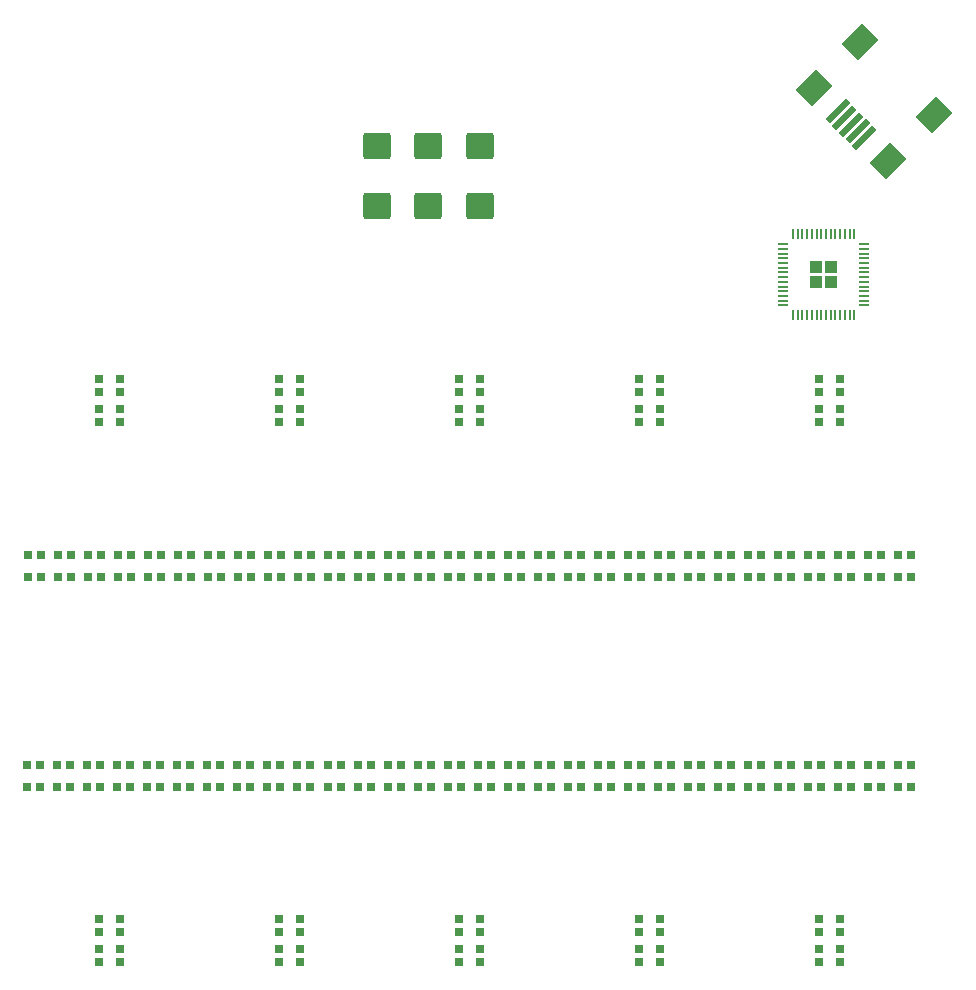
<source format=gtp>
G04 #@! TF.GenerationSoftware,KiCad,Pcbnew,(7.0.0-rc1-358-g86c12d35b4)*
G04 #@! TF.CreationDate,2023-05-18T21:24:16-07:00*
G04 #@! TF.ProjectId,Jumperless2,4a756d70-6572-46c6-9573-73322e6b6963,rev?*
G04 #@! TF.SameCoordinates,Original*
G04 #@! TF.FileFunction,Paste,Top*
G04 #@! TF.FilePolarity,Positive*
%FSLAX46Y46*%
G04 Gerber Fmt 4.6, Leading zero omitted, Abs format (unit mm)*
G04 Created by KiCad (PCBNEW (7.0.0-rc1-358-g86c12d35b4)) date 2023-05-18 21:24:16*
%MOMM*%
%LPD*%
G01*
G04 APERTURE LIST*
G04 Aperture macros list*
%AMRoundRect*
0 Rectangle with rounded corners*
0 $1 Rounding radius*
0 $2 $3 $4 $5 $6 $7 $8 $9 X,Y pos of 4 corners*
0 Add a 4 corners polygon primitive as box body*
4,1,4,$2,$3,$4,$5,$6,$7,$8,$9,$2,$3,0*
0 Add four circle primitives for the rounded corners*
1,1,$1+$1,$2,$3*
1,1,$1+$1,$4,$5*
1,1,$1+$1,$6,$7*
1,1,$1+$1,$8,$9*
0 Add four rect primitives between the rounded corners*
20,1,$1+$1,$2,$3,$4,$5,0*
20,1,$1+$1,$4,$5,$6,$7,0*
20,1,$1+$1,$6,$7,$8,$9,0*
20,1,$1+$1,$8,$9,$2,$3,0*%
%AMRotRect*
0 Rectangle, with rotation*
0 The origin of the aperture is its center*
0 $1 length*
0 $2 width*
0 $3 Rotation angle, in degrees counterclockwise*
0 Add horizontal line*
21,1,$1,$2,0,0,$3*%
G04 Aperture macros list end*
%ADD10R,0.700000X0.700000*%
%ADD11RotRect,0.500000X2.500000X135.000000*%
%ADD12RotRect,2.000000X2.500000X135.000000*%
%ADD13RoundRect,0.250000X-0.925000X0.875000X-0.925000X-0.875000X0.925000X-0.875000X0.925000X0.875000X0*%
%ADD14RoundRect,0.250000X-0.292217X-0.292217X0.292217X-0.292217X0.292217X0.292217X-0.292217X0.292217X0*%
%ADD15RoundRect,0.050000X-0.387500X-0.050000X0.387500X-0.050000X0.387500X0.050000X-0.387500X0.050000X0*%
%ADD16RoundRect,0.050000X-0.050000X-0.387500X0.050000X-0.387500X0.050000X0.387500X-0.050000X0.387500X0*%
G04 APERTURE END LIST*
D10*
X94385599Y-152044399D03*
X95485599Y-152044399D03*
X95485599Y-150214399D03*
X94385599Y-150214399D03*
X53671399Y-169823799D03*
X54771399Y-169823799D03*
X54771399Y-167993799D03*
X53671399Y-167993799D03*
X86757799Y-152045599D03*
X87857799Y-152045599D03*
X87857799Y-150215599D03*
X86757799Y-150215599D03*
X99465599Y-152044399D03*
X100565599Y-152044399D03*
X100565599Y-150214399D03*
X99465599Y-150214399D03*
X43511399Y-169823799D03*
X44611399Y-169823799D03*
X44611399Y-167993799D03*
X43511399Y-167993799D03*
X112132399Y-169824399D03*
X113232399Y-169824399D03*
X113232399Y-167994399D03*
X112132399Y-167994399D03*
X51131399Y-169823799D03*
X52231399Y-169823799D03*
X52231399Y-167993799D03*
X51131399Y-167993799D03*
X61544999Y-138979999D03*
X61544999Y-137879999D03*
X59714999Y-137879999D03*
X59714999Y-138979999D03*
X46051399Y-169823799D03*
X47151399Y-169823799D03*
X47151399Y-167993799D03*
X46051399Y-167993799D03*
X92024999Y-182159999D03*
X92024999Y-181059999D03*
X90194999Y-181059999D03*
X90194999Y-182159999D03*
X66437799Y-152045599D03*
X67537799Y-152045599D03*
X67537799Y-150215599D03*
X66437799Y-150215599D03*
X63889999Y-152045599D03*
X64989999Y-152045599D03*
X64989999Y-150215599D03*
X63889999Y-150215599D03*
X76784999Y-136439999D03*
X76784999Y-135339999D03*
X74954999Y-135339999D03*
X74954999Y-136439999D03*
X40971399Y-169823799D03*
X42071399Y-169823799D03*
X42071399Y-167993799D03*
X40971399Y-167993799D03*
X46304399Y-182159999D03*
X46304399Y-181059999D03*
X44474399Y-181059999D03*
X44474399Y-182159999D03*
X58801199Y-152044999D03*
X59901199Y-152044999D03*
X59901199Y-150214999D03*
X58801199Y-150214999D03*
X68977799Y-152045599D03*
X70077799Y-152045599D03*
X70077799Y-150215599D03*
X68977799Y-150215599D03*
X107085599Y-152044399D03*
X108185599Y-152044399D03*
X108185599Y-150214399D03*
X107085599Y-150214399D03*
X107052399Y-169824399D03*
X108152399Y-169824399D03*
X108152399Y-167994399D03*
X107052399Y-167994399D03*
X92024999Y-184699999D03*
X92024999Y-183599999D03*
X90194999Y-183599999D03*
X90194999Y-184699999D03*
X92024999Y-136439999D03*
X92024999Y-135339999D03*
X90194999Y-135339999D03*
X90194999Y-136439999D03*
X38423599Y-169823799D03*
X39523599Y-169823799D03*
X39523599Y-167993799D03*
X38423599Y-167993799D03*
X56261199Y-152044999D03*
X57361199Y-152044999D03*
X57361199Y-150214999D03*
X56261199Y-150214999D03*
X81627999Y-169825599D03*
X82727999Y-169825599D03*
X82727999Y-167995599D03*
X81627999Y-167995599D03*
D11*
X109294392Y-114913347D03*
X108728707Y-114347662D03*
X108163021Y-113781977D03*
X107597336Y-113216291D03*
X107031651Y-112650606D03*
D12*
X111274291Y-116893246D03*
X115163379Y-113004159D03*
X105051752Y-110670707D03*
X108940839Y-106781619D03*
D10*
X112165599Y-152044399D03*
X113265599Y-152044399D03*
X113265599Y-150214399D03*
X112165599Y-150214399D03*
X107264999Y-184699999D03*
X107264999Y-183599999D03*
X105434999Y-183599999D03*
X105434999Y-184699999D03*
X48591399Y-169823799D03*
X49691399Y-169823799D03*
X49691399Y-167993799D03*
X48591399Y-167993799D03*
X38481199Y-152044999D03*
X39581199Y-152044999D03*
X39581199Y-150214999D03*
X38481199Y-150214999D03*
X63839199Y-169824399D03*
X64939199Y-169824399D03*
X64939199Y-167994399D03*
X63839199Y-167994399D03*
X43561199Y-152044999D03*
X44661199Y-152044999D03*
X44661199Y-150214999D03*
X43561199Y-150214999D03*
X84167999Y-169825599D03*
X85267999Y-169825599D03*
X85267999Y-167995599D03*
X84167999Y-167995599D03*
D13*
X67996000Y-115560000D03*
X67996000Y-120660000D03*
X72314000Y-115560000D03*
X72314000Y-120660000D03*
D10*
X107264999Y-182159999D03*
X107264999Y-181059999D03*
X105434999Y-181059999D03*
X105434999Y-182159999D03*
X51181199Y-152044999D03*
X52281199Y-152044999D03*
X52281199Y-150214999D03*
X51181199Y-150214999D03*
X58751399Y-169823799D03*
X59851399Y-169823799D03*
X59851399Y-167993799D03*
X58751399Y-167993799D03*
X76784999Y-138979999D03*
X76784999Y-137879999D03*
X74954999Y-137879999D03*
X74954999Y-138979999D03*
X96892399Y-169824399D03*
X97992399Y-169824399D03*
X97992399Y-167994399D03*
X96892399Y-167994399D03*
X79137799Y-152045599D03*
X80237799Y-152045599D03*
X80237799Y-150215599D03*
X79137799Y-150215599D03*
X76547999Y-169825599D03*
X77647999Y-169825599D03*
X77647999Y-167995599D03*
X76547999Y-167995599D03*
X89297799Y-152044399D03*
X90397799Y-152044399D03*
X90397799Y-150214399D03*
X89297799Y-150214399D03*
X96925599Y-152044399D03*
X98025599Y-152044399D03*
X98025599Y-150214399D03*
X96925599Y-150214399D03*
X81677799Y-152045599D03*
X82777799Y-152045599D03*
X82777799Y-150215599D03*
X81677799Y-150215599D03*
X101972399Y-169824399D03*
X103072399Y-169824399D03*
X103072399Y-167994399D03*
X101972399Y-167994399D03*
X61291399Y-169823799D03*
X62391399Y-169823799D03*
X62391399Y-167993799D03*
X61291399Y-167993799D03*
X86715799Y-169825599D03*
X87815799Y-169825599D03*
X87815799Y-167995599D03*
X86715799Y-167995599D03*
X91812399Y-169824399D03*
X92912399Y-169824399D03*
X92912399Y-167994399D03*
X91812399Y-167994399D03*
X66387999Y-169825599D03*
X67487999Y-169825599D03*
X67487999Y-167995599D03*
X66387999Y-167995599D03*
X61341199Y-152044999D03*
X62441199Y-152044999D03*
X62441199Y-150214999D03*
X61341199Y-150214999D03*
X74057799Y-152045599D03*
X75157799Y-152045599D03*
X75157799Y-150215599D03*
X74057799Y-150215599D03*
X48641199Y-152044999D03*
X49741199Y-152044999D03*
X49741199Y-150214999D03*
X48641199Y-150214999D03*
X99432399Y-169824399D03*
X100532399Y-169824399D03*
X100532399Y-167994399D03*
X99432399Y-167994399D03*
X76597799Y-152045599D03*
X77697799Y-152045599D03*
X77697799Y-150215599D03*
X76597799Y-150215599D03*
X84217799Y-152045599D03*
X85317799Y-152045599D03*
X85317799Y-150215599D03*
X84217799Y-150215599D03*
X74007999Y-169825599D03*
X75107999Y-169825599D03*
X75107999Y-167995599D03*
X74007999Y-167995599D03*
X94352399Y-169824399D03*
X95452399Y-169824399D03*
X95452399Y-167994399D03*
X94352399Y-167994399D03*
X68927999Y-169825599D03*
X70027999Y-169825599D03*
X70027999Y-167995599D03*
X68927999Y-167995599D03*
X71517799Y-152045599D03*
X72617799Y-152045599D03*
X72617799Y-150215599D03*
X71517799Y-150215599D03*
X92024999Y-138979999D03*
X92024999Y-137879999D03*
X90194999Y-137879999D03*
X90194999Y-138979999D03*
X56211399Y-169823799D03*
X57311399Y-169823799D03*
X57311399Y-167993799D03*
X56211399Y-167993799D03*
X46101199Y-152044999D03*
X47201199Y-152044999D03*
X47201199Y-150214999D03*
X46101199Y-150214999D03*
X46304999Y-138979999D03*
X46304999Y-137879999D03*
X44474999Y-137879999D03*
X44474999Y-138979999D03*
X53721199Y-152044999D03*
X54821199Y-152044999D03*
X54821199Y-150214999D03*
X53721199Y-150214999D03*
X46304999Y-136439999D03*
X46304999Y-135339999D03*
X44474999Y-135339999D03*
X44474999Y-136439999D03*
X71467999Y-169825599D03*
X72567999Y-169825599D03*
X72567999Y-167995599D03*
X71467999Y-167995599D03*
X41021199Y-152044999D03*
X42121199Y-152044999D03*
X42121199Y-150214999D03*
X41021199Y-150214999D03*
X104545599Y-152044399D03*
X105645599Y-152044399D03*
X105645599Y-150214399D03*
X104545599Y-150214399D03*
X89264599Y-169824399D03*
X90364599Y-169824399D03*
X90364599Y-167994399D03*
X89264599Y-167994399D03*
X91845599Y-152044399D03*
X92945599Y-152044399D03*
X92945599Y-150214399D03*
X91845599Y-150214399D03*
X104512399Y-169824399D03*
X105612399Y-169824399D03*
X105612399Y-167994399D03*
X104512399Y-167994399D03*
D13*
X76759000Y-115560000D03*
X76759000Y-120660000D03*
D10*
X79087999Y-169825599D03*
X80187999Y-169825599D03*
X80187999Y-167995599D03*
X79087999Y-167995599D03*
X46304999Y-184699999D03*
X46304999Y-183599999D03*
X44474999Y-183599999D03*
X44474999Y-184699999D03*
X61544999Y-182159999D03*
X61544999Y-181059999D03*
X59714999Y-181059999D03*
X59714999Y-182159999D03*
X61544999Y-136439999D03*
X61544999Y-135339999D03*
X59714999Y-135339999D03*
X59714999Y-136439999D03*
X76784999Y-182159999D03*
X76784999Y-181059999D03*
X74954999Y-181059999D03*
X74954999Y-182159999D03*
X102005599Y-152044399D03*
X103105599Y-152044399D03*
X103105599Y-150214399D03*
X102005599Y-150214399D03*
X61544999Y-184699999D03*
X61544999Y-183599999D03*
X59714999Y-183599999D03*
X59714999Y-184699999D03*
X76784999Y-184699999D03*
X76784999Y-183599999D03*
X74954999Y-183599999D03*
X74954999Y-184699999D03*
D14*
X105199500Y-125854500D03*
X105199500Y-127129500D03*
X106474500Y-125854500D03*
X106474500Y-127129500D03*
D15*
X102399500Y-123892000D03*
X102399500Y-124292000D03*
X102399500Y-124692000D03*
X102399500Y-125092000D03*
X102399500Y-125492000D03*
X102399500Y-125892000D03*
X102399500Y-126292000D03*
X102399500Y-126692000D03*
X102399500Y-127092000D03*
X102399500Y-127492000D03*
X102399500Y-127892000D03*
X102399500Y-128292000D03*
X102399500Y-128692000D03*
X102399500Y-129092000D03*
D16*
X103237000Y-129929500D03*
X103637000Y-129929500D03*
X104037000Y-129929500D03*
X104437000Y-129929500D03*
X104837000Y-129929500D03*
X105237000Y-129929500D03*
X105637000Y-129929500D03*
X106037000Y-129929500D03*
X106437000Y-129929500D03*
X106837000Y-129929500D03*
X107237000Y-129929500D03*
X107637000Y-129929500D03*
X108037000Y-129929500D03*
X108437000Y-129929500D03*
D15*
X109274500Y-129092000D03*
X109274500Y-128692000D03*
X109274500Y-128292000D03*
X109274500Y-127892000D03*
X109274500Y-127492000D03*
X109274500Y-127092000D03*
X109274500Y-126692000D03*
X109274500Y-126292000D03*
X109274500Y-125892000D03*
X109274500Y-125492000D03*
X109274500Y-125092000D03*
X109274500Y-124692000D03*
X109274500Y-124292000D03*
X109274500Y-123892000D03*
D16*
X108437000Y-123054500D03*
X108037000Y-123054500D03*
X107637000Y-123054500D03*
X107237000Y-123054500D03*
X106837000Y-123054500D03*
X106437000Y-123054500D03*
X106037000Y-123054500D03*
X105637000Y-123054500D03*
X105237000Y-123054500D03*
X104837000Y-123054500D03*
X104437000Y-123054500D03*
X104037000Y-123054500D03*
X103637000Y-123054500D03*
X103237000Y-123054500D03*
D10*
X107264999Y-136439999D03*
X107264999Y-135339999D03*
X105434999Y-135339999D03*
X105434999Y-136439999D03*
X109625599Y-152044399D03*
X110725599Y-152044399D03*
X110725599Y-150214399D03*
X109625599Y-150214399D03*
X107264999Y-138979999D03*
X107264999Y-137879999D03*
X105434999Y-137879999D03*
X105434999Y-138979999D03*
X109592399Y-169824399D03*
X110692399Y-169824399D03*
X110692399Y-167994399D03*
X109592399Y-167994399D03*
M02*

</source>
